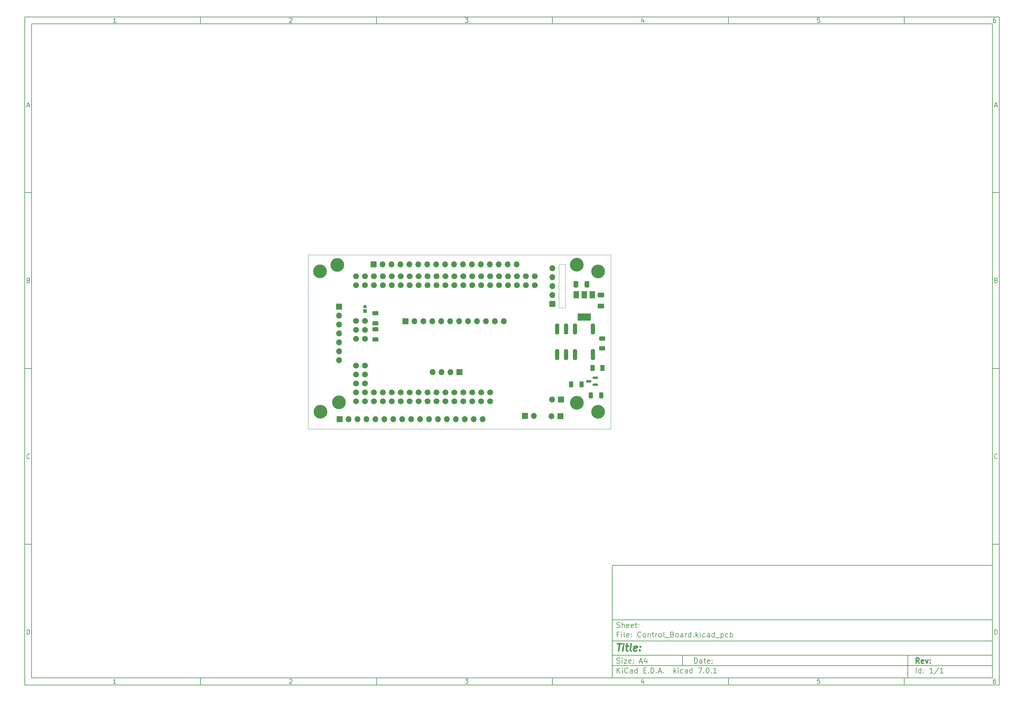
<source format=gbr>
%TF.GenerationSoftware,KiCad,Pcbnew,7.0.1*%
%TF.CreationDate,2024-01-20T13:41:41+00:00*%
%TF.ProjectId,Control_Board,436f6e74-726f-46c5-9f42-6f6172642e6b,rev?*%
%TF.SameCoordinates,Original*%
%TF.FileFunction,Soldermask,Top*%
%TF.FilePolarity,Negative*%
%FSLAX45Y45*%
G04 Gerber Fmt 4.5, Leading zero omitted, Abs format (unit mm)*
G04 Created by KiCad (PCBNEW 7.0.1) date 2024-01-20 13:41:41*
%MOMM*%
%LPD*%
G01*
G04 APERTURE LIST*
G04 Aperture macros list*
%AMRoundRect*
0 Rectangle with rounded corners*
0 $1 Rounding radius*
0 $2 $3 $4 $5 $6 $7 $8 $9 X,Y pos of 4 corners*
0 Add a 4 corners polygon primitive as box body*
4,1,4,$2,$3,$4,$5,$6,$7,$8,$9,$2,$3,0*
0 Add four circle primitives for the rounded corners*
1,1,$1+$1,$2,$3*
1,1,$1+$1,$4,$5*
1,1,$1+$1,$6,$7*
1,1,$1+$1,$8,$9*
0 Add four rect primitives between the rounded corners*
20,1,$1+$1,$2,$3,$4,$5,0*
20,1,$1+$1,$4,$5,$6,$7,0*
20,1,$1+$1,$6,$7,$8,$9,0*
20,1,$1+$1,$8,$9,$2,$3,0*%
G04 Aperture macros list end*
%ADD10C,0.100000*%
%ADD11C,0.150000*%
%ADD12C,0.300000*%
%ADD13C,0.400000*%
%ADD14C,1.970668*%
%ADD15R,1.500000X2.000000*%
%ADD16R,3.800000X2.000000*%
%ADD17RoundRect,0.250000X-0.412500X-0.650000X0.412500X-0.650000X0.412500X0.650000X-0.412500X0.650000X0*%
%ADD18R,1.700000X1.700000*%
%ADD19O,1.700000X1.700000*%
%ADD20RoundRect,0.250000X-0.375000X-0.625000X0.375000X-0.625000X0.375000X0.625000X-0.375000X0.625000X0*%
%ADD21RoundRect,0.250000X0.625000X-0.312500X0.625000X0.312500X-0.625000X0.312500X-0.625000X-0.312500X0*%
%ADD22RoundRect,0.150000X0.587500X0.150000X-0.587500X0.150000X-0.587500X-0.150000X0.587500X-0.150000X0*%
%ADD23RoundRect,0.250000X-0.625000X0.375000X-0.625000X-0.375000X0.625000X-0.375000X0.625000X0.375000X0*%
%ADD24RoundRect,0.250000X-0.312500X-0.625000X0.312500X-0.625000X0.312500X0.625000X-0.312500X0.625000X0*%
%ADD25RoundRect,0.249750X0.305250X1.250250X-0.305250X1.250250X-0.305250X-1.250250X0.305250X-1.250250X0*%
%ADD26RoundRect,0.250000X-0.650000X0.412500X-0.650000X-0.412500X0.650000X-0.412500X0.650000X0.412500X0*%
%ADD27R,1.000000X1.000000*%
%ADD28O,1.000000X1.000000*%
%ADD29C,1.676400*%
%TA.AperFunction,Profile*%
%ADD30C,0.200000*%
%TD*%
%TA.AperFunction,Profile*%
%ADD31C,0.100000*%
%TD*%
G04 APERTURE END LIST*
D10*
D11*
X17700220Y-16600720D02*
X28500220Y-16600720D01*
X28500220Y-19800720D01*
X17700220Y-19800720D01*
X17700220Y-16600720D01*
D10*
D11*
X1000000Y-1000000D02*
X28700220Y-1000000D01*
X28700220Y-20000720D01*
X1000000Y-20000720D01*
X1000000Y-1000000D01*
D10*
D11*
X1200000Y-1200000D02*
X28500220Y-1200000D01*
X28500220Y-19800720D01*
X1200000Y-19800720D01*
X1200000Y-1200000D01*
D10*
D11*
X6000000Y-1200000D02*
X6000000Y-1000000D01*
D10*
D11*
X11000000Y-1200000D02*
X11000000Y-1000000D01*
D10*
D11*
X16000000Y-1200000D02*
X16000000Y-1000000D01*
D10*
D11*
X21000000Y-1200000D02*
X21000000Y-1000000D01*
D10*
D11*
X26000000Y-1200000D02*
X26000000Y-1000000D01*
D10*
D11*
X3599048Y-1160140D02*
X3524762Y-1160140D01*
X3561905Y-1160140D02*
X3561905Y-1030140D01*
X3561905Y-1030140D02*
X3549524Y-1048712D01*
X3549524Y-1048712D02*
X3537143Y-1061093D01*
X3537143Y-1061093D02*
X3524762Y-1067283D01*
D10*
D11*
X8524762Y-1042521D02*
X8530952Y-1036331D01*
X8530952Y-1036331D02*
X8543333Y-1030140D01*
X8543333Y-1030140D02*
X8574286Y-1030140D01*
X8574286Y-1030140D02*
X8586667Y-1036331D01*
X8586667Y-1036331D02*
X8592857Y-1042521D01*
X8592857Y-1042521D02*
X8599048Y-1054902D01*
X8599048Y-1054902D02*
X8599048Y-1067283D01*
X8599048Y-1067283D02*
X8592857Y-1085855D01*
X8592857Y-1085855D02*
X8518571Y-1160140D01*
X8518571Y-1160140D02*
X8599048Y-1160140D01*
D10*
D11*
X13518571Y-1030140D02*
X13599048Y-1030140D01*
X13599048Y-1030140D02*
X13555714Y-1079664D01*
X13555714Y-1079664D02*
X13574286Y-1079664D01*
X13574286Y-1079664D02*
X13586667Y-1085855D01*
X13586667Y-1085855D02*
X13592857Y-1092045D01*
X13592857Y-1092045D02*
X13599048Y-1104426D01*
X13599048Y-1104426D02*
X13599048Y-1135379D01*
X13599048Y-1135379D02*
X13592857Y-1147760D01*
X13592857Y-1147760D02*
X13586667Y-1153950D01*
X13586667Y-1153950D02*
X13574286Y-1160140D01*
X13574286Y-1160140D02*
X13537143Y-1160140D01*
X13537143Y-1160140D02*
X13524762Y-1153950D01*
X13524762Y-1153950D02*
X13518571Y-1147760D01*
D10*
D11*
X18586667Y-1073474D02*
X18586667Y-1160140D01*
X18555714Y-1023950D02*
X18524762Y-1116807D01*
X18524762Y-1116807D02*
X18605238Y-1116807D01*
D10*
D11*
X23592857Y-1030140D02*
X23530952Y-1030140D01*
X23530952Y-1030140D02*
X23524762Y-1092045D01*
X23524762Y-1092045D02*
X23530952Y-1085855D01*
X23530952Y-1085855D02*
X23543333Y-1079664D01*
X23543333Y-1079664D02*
X23574286Y-1079664D01*
X23574286Y-1079664D02*
X23586667Y-1085855D01*
X23586667Y-1085855D02*
X23592857Y-1092045D01*
X23592857Y-1092045D02*
X23599048Y-1104426D01*
X23599048Y-1104426D02*
X23599048Y-1135379D01*
X23599048Y-1135379D02*
X23592857Y-1147760D01*
X23592857Y-1147760D02*
X23586667Y-1153950D01*
X23586667Y-1153950D02*
X23574286Y-1160140D01*
X23574286Y-1160140D02*
X23543333Y-1160140D01*
X23543333Y-1160140D02*
X23530952Y-1153950D01*
X23530952Y-1153950D02*
X23524762Y-1147760D01*
D10*
D11*
X28586667Y-1030140D02*
X28561905Y-1030140D01*
X28561905Y-1030140D02*
X28549524Y-1036331D01*
X28549524Y-1036331D02*
X28543333Y-1042521D01*
X28543333Y-1042521D02*
X28530952Y-1061093D01*
X28530952Y-1061093D02*
X28524762Y-1085855D01*
X28524762Y-1085855D02*
X28524762Y-1135379D01*
X28524762Y-1135379D02*
X28530952Y-1147760D01*
X28530952Y-1147760D02*
X28537143Y-1153950D01*
X28537143Y-1153950D02*
X28549524Y-1160140D01*
X28549524Y-1160140D02*
X28574286Y-1160140D01*
X28574286Y-1160140D02*
X28586667Y-1153950D01*
X28586667Y-1153950D02*
X28592857Y-1147760D01*
X28592857Y-1147760D02*
X28599048Y-1135379D01*
X28599048Y-1135379D02*
X28599048Y-1104426D01*
X28599048Y-1104426D02*
X28592857Y-1092045D01*
X28592857Y-1092045D02*
X28586667Y-1085855D01*
X28586667Y-1085855D02*
X28574286Y-1079664D01*
X28574286Y-1079664D02*
X28549524Y-1079664D01*
X28549524Y-1079664D02*
X28537143Y-1085855D01*
X28537143Y-1085855D02*
X28530952Y-1092045D01*
X28530952Y-1092045D02*
X28524762Y-1104426D01*
D10*
D11*
X6000000Y-19800720D02*
X6000000Y-20000720D01*
D10*
D11*
X11000000Y-19800720D02*
X11000000Y-20000720D01*
D10*
D11*
X16000000Y-19800720D02*
X16000000Y-20000720D01*
D10*
D11*
X21000000Y-19800720D02*
X21000000Y-20000720D01*
D10*
D11*
X26000000Y-19800720D02*
X26000000Y-20000720D01*
D10*
D11*
X3599048Y-19960860D02*
X3524762Y-19960860D01*
X3561905Y-19960860D02*
X3561905Y-19830860D01*
X3561905Y-19830860D02*
X3549524Y-19849432D01*
X3549524Y-19849432D02*
X3537143Y-19861813D01*
X3537143Y-19861813D02*
X3524762Y-19868003D01*
D10*
D11*
X8524762Y-19843241D02*
X8530952Y-19837051D01*
X8530952Y-19837051D02*
X8543333Y-19830860D01*
X8543333Y-19830860D02*
X8574286Y-19830860D01*
X8574286Y-19830860D02*
X8586667Y-19837051D01*
X8586667Y-19837051D02*
X8592857Y-19843241D01*
X8592857Y-19843241D02*
X8599048Y-19855622D01*
X8599048Y-19855622D02*
X8599048Y-19868003D01*
X8599048Y-19868003D02*
X8592857Y-19886575D01*
X8592857Y-19886575D02*
X8518571Y-19960860D01*
X8518571Y-19960860D02*
X8599048Y-19960860D01*
D10*
D11*
X13518571Y-19830860D02*
X13599048Y-19830860D01*
X13599048Y-19830860D02*
X13555714Y-19880384D01*
X13555714Y-19880384D02*
X13574286Y-19880384D01*
X13574286Y-19880384D02*
X13586667Y-19886575D01*
X13586667Y-19886575D02*
X13592857Y-19892765D01*
X13592857Y-19892765D02*
X13599048Y-19905146D01*
X13599048Y-19905146D02*
X13599048Y-19936099D01*
X13599048Y-19936099D02*
X13592857Y-19948480D01*
X13592857Y-19948480D02*
X13586667Y-19954670D01*
X13586667Y-19954670D02*
X13574286Y-19960860D01*
X13574286Y-19960860D02*
X13537143Y-19960860D01*
X13537143Y-19960860D02*
X13524762Y-19954670D01*
X13524762Y-19954670D02*
X13518571Y-19948480D01*
D10*
D11*
X18586667Y-19874194D02*
X18586667Y-19960860D01*
X18555714Y-19824670D02*
X18524762Y-19917527D01*
X18524762Y-19917527D02*
X18605238Y-19917527D01*
D10*
D11*
X23592857Y-19830860D02*
X23530952Y-19830860D01*
X23530952Y-19830860D02*
X23524762Y-19892765D01*
X23524762Y-19892765D02*
X23530952Y-19886575D01*
X23530952Y-19886575D02*
X23543333Y-19880384D01*
X23543333Y-19880384D02*
X23574286Y-19880384D01*
X23574286Y-19880384D02*
X23586667Y-19886575D01*
X23586667Y-19886575D02*
X23592857Y-19892765D01*
X23592857Y-19892765D02*
X23599048Y-19905146D01*
X23599048Y-19905146D02*
X23599048Y-19936099D01*
X23599048Y-19936099D02*
X23592857Y-19948480D01*
X23592857Y-19948480D02*
X23586667Y-19954670D01*
X23586667Y-19954670D02*
X23574286Y-19960860D01*
X23574286Y-19960860D02*
X23543333Y-19960860D01*
X23543333Y-19960860D02*
X23530952Y-19954670D01*
X23530952Y-19954670D02*
X23524762Y-19948480D01*
D10*
D11*
X28586667Y-19830860D02*
X28561905Y-19830860D01*
X28561905Y-19830860D02*
X28549524Y-19837051D01*
X28549524Y-19837051D02*
X28543333Y-19843241D01*
X28543333Y-19843241D02*
X28530952Y-19861813D01*
X28530952Y-19861813D02*
X28524762Y-19886575D01*
X28524762Y-19886575D02*
X28524762Y-19936099D01*
X28524762Y-19936099D02*
X28530952Y-19948480D01*
X28530952Y-19948480D02*
X28537143Y-19954670D01*
X28537143Y-19954670D02*
X28549524Y-19960860D01*
X28549524Y-19960860D02*
X28574286Y-19960860D01*
X28574286Y-19960860D02*
X28586667Y-19954670D01*
X28586667Y-19954670D02*
X28592857Y-19948480D01*
X28592857Y-19948480D02*
X28599048Y-19936099D01*
X28599048Y-19936099D02*
X28599048Y-19905146D01*
X28599048Y-19905146D02*
X28592857Y-19892765D01*
X28592857Y-19892765D02*
X28586667Y-19886575D01*
X28586667Y-19886575D02*
X28574286Y-19880384D01*
X28574286Y-19880384D02*
X28549524Y-19880384D01*
X28549524Y-19880384D02*
X28537143Y-19886575D01*
X28537143Y-19886575D02*
X28530952Y-19892765D01*
X28530952Y-19892765D02*
X28524762Y-19905146D01*
D10*
D11*
X1000000Y-6000000D02*
X1200000Y-6000000D01*
D10*
D11*
X1000000Y-11000000D02*
X1200000Y-11000000D01*
D10*
D11*
X1000000Y-16000000D02*
X1200000Y-16000000D01*
D10*
D11*
X1069048Y-3522998D02*
X1130952Y-3522998D01*
X1056667Y-3560140D02*
X1100000Y-3430140D01*
X1100000Y-3430140D02*
X1143333Y-3560140D01*
D10*
D11*
X1109286Y-8492045D02*
X1127857Y-8498236D01*
X1127857Y-8498236D02*
X1134048Y-8504426D01*
X1134048Y-8504426D02*
X1140238Y-8516807D01*
X1140238Y-8516807D02*
X1140238Y-8535379D01*
X1140238Y-8535379D02*
X1134048Y-8547760D01*
X1134048Y-8547760D02*
X1127857Y-8553950D01*
X1127857Y-8553950D02*
X1115476Y-8560140D01*
X1115476Y-8560140D02*
X1065952Y-8560140D01*
X1065952Y-8560140D02*
X1065952Y-8430140D01*
X1065952Y-8430140D02*
X1109286Y-8430140D01*
X1109286Y-8430140D02*
X1121667Y-8436331D01*
X1121667Y-8436331D02*
X1127857Y-8442521D01*
X1127857Y-8442521D02*
X1134048Y-8454902D01*
X1134048Y-8454902D02*
X1134048Y-8467283D01*
X1134048Y-8467283D02*
X1127857Y-8479664D01*
X1127857Y-8479664D02*
X1121667Y-8485855D01*
X1121667Y-8485855D02*
X1109286Y-8492045D01*
X1109286Y-8492045D02*
X1065952Y-8492045D01*
D10*
D11*
X1140238Y-13547759D02*
X1134048Y-13553950D01*
X1134048Y-13553950D02*
X1115476Y-13560140D01*
X1115476Y-13560140D02*
X1103095Y-13560140D01*
X1103095Y-13560140D02*
X1084524Y-13553950D01*
X1084524Y-13553950D02*
X1072143Y-13541569D01*
X1072143Y-13541569D02*
X1065952Y-13529188D01*
X1065952Y-13529188D02*
X1059762Y-13504426D01*
X1059762Y-13504426D02*
X1059762Y-13485855D01*
X1059762Y-13485855D02*
X1065952Y-13461093D01*
X1065952Y-13461093D02*
X1072143Y-13448712D01*
X1072143Y-13448712D02*
X1084524Y-13436331D01*
X1084524Y-13436331D02*
X1103095Y-13430140D01*
X1103095Y-13430140D02*
X1115476Y-13430140D01*
X1115476Y-13430140D02*
X1134048Y-13436331D01*
X1134048Y-13436331D02*
X1140238Y-13442521D01*
D10*
D11*
X1065952Y-18560140D02*
X1065952Y-18430140D01*
X1065952Y-18430140D02*
X1096905Y-18430140D01*
X1096905Y-18430140D02*
X1115476Y-18436331D01*
X1115476Y-18436331D02*
X1127857Y-18448712D01*
X1127857Y-18448712D02*
X1134048Y-18461093D01*
X1134048Y-18461093D02*
X1140238Y-18485855D01*
X1140238Y-18485855D02*
X1140238Y-18504426D01*
X1140238Y-18504426D02*
X1134048Y-18529188D01*
X1134048Y-18529188D02*
X1127857Y-18541569D01*
X1127857Y-18541569D02*
X1115476Y-18553950D01*
X1115476Y-18553950D02*
X1096905Y-18560140D01*
X1096905Y-18560140D02*
X1065952Y-18560140D01*
D10*
D11*
X28700220Y-6000000D02*
X28500220Y-6000000D01*
D10*
D11*
X28700220Y-11000000D02*
X28500220Y-11000000D01*
D10*
D11*
X28700220Y-16000000D02*
X28500220Y-16000000D01*
D10*
D11*
X28569268Y-3522998D02*
X28631172Y-3522998D01*
X28556887Y-3560140D02*
X28600220Y-3430140D01*
X28600220Y-3430140D02*
X28643553Y-3560140D01*
D10*
D11*
X28609506Y-8492045D02*
X28628077Y-8498236D01*
X28628077Y-8498236D02*
X28634268Y-8504426D01*
X28634268Y-8504426D02*
X28640458Y-8516807D01*
X28640458Y-8516807D02*
X28640458Y-8535379D01*
X28640458Y-8535379D02*
X28634268Y-8547760D01*
X28634268Y-8547760D02*
X28628077Y-8553950D01*
X28628077Y-8553950D02*
X28615696Y-8560140D01*
X28615696Y-8560140D02*
X28566172Y-8560140D01*
X28566172Y-8560140D02*
X28566172Y-8430140D01*
X28566172Y-8430140D02*
X28609506Y-8430140D01*
X28609506Y-8430140D02*
X28621887Y-8436331D01*
X28621887Y-8436331D02*
X28628077Y-8442521D01*
X28628077Y-8442521D02*
X28634268Y-8454902D01*
X28634268Y-8454902D02*
X28634268Y-8467283D01*
X28634268Y-8467283D02*
X28628077Y-8479664D01*
X28628077Y-8479664D02*
X28621887Y-8485855D01*
X28621887Y-8485855D02*
X28609506Y-8492045D01*
X28609506Y-8492045D02*
X28566172Y-8492045D01*
D10*
D11*
X28640458Y-13547759D02*
X28634268Y-13553950D01*
X28634268Y-13553950D02*
X28615696Y-13560140D01*
X28615696Y-13560140D02*
X28603315Y-13560140D01*
X28603315Y-13560140D02*
X28584744Y-13553950D01*
X28584744Y-13553950D02*
X28572363Y-13541569D01*
X28572363Y-13541569D02*
X28566172Y-13529188D01*
X28566172Y-13529188D02*
X28559982Y-13504426D01*
X28559982Y-13504426D02*
X28559982Y-13485855D01*
X28559982Y-13485855D02*
X28566172Y-13461093D01*
X28566172Y-13461093D02*
X28572363Y-13448712D01*
X28572363Y-13448712D02*
X28584744Y-13436331D01*
X28584744Y-13436331D02*
X28603315Y-13430140D01*
X28603315Y-13430140D02*
X28615696Y-13430140D01*
X28615696Y-13430140D02*
X28634268Y-13436331D01*
X28634268Y-13436331D02*
X28640458Y-13442521D01*
D10*
D11*
X28566172Y-18560140D02*
X28566172Y-18430140D01*
X28566172Y-18430140D02*
X28597125Y-18430140D01*
X28597125Y-18430140D02*
X28615696Y-18436331D01*
X28615696Y-18436331D02*
X28628077Y-18448712D01*
X28628077Y-18448712D02*
X28634268Y-18461093D01*
X28634268Y-18461093D02*
X28640458Y-18485855D01*
X28640458Y-18485855D02*
X28640458Y-18504426D01*
X28640458Y-18504426D02*
X28634268Y-18529188D01*
X28634268Y-18529188D02*
X28628077Y-18541569D01*
X28628077Y-18541569D02*
X28615696Y-18553950D01*
X28615696Y-18553950D02*
X28597125Y-18560140D01*
X28597125Y-18560140D02*
X28566172Y-18560140D01*
D10*
D11*
X20035934Y-19380113D02*
X20035934Y-19230113D01*
X20035934Y-19230113D02*
X20071649Y-19230113D01*
X20071649Y-19230113D02*
X20093077Y-19237256D01*
X20093077Y-19237256D02*
X20107363Y-19251541D01*
X20107363Y-19251541D02*
X20114506Y-19265827D01*
X20114506Y-19265827D02*
X20121649Y-19294399D01*
X20121649Y-19294399D02*
X20121649Y-19315827D01*
X20121649Y-19315827D02*
X20114506Y-19344399D01*
X20114506Y-19344399D02*
X20107363Y-19358684D01*
X20107363Y-19358684D02*
X20093077Y-19372970D01*
X20093077Y-19372970D02*
X20071649Y-19380113D01*
X20071649Y-19380113D02*
X20035934Y-19380113D01*
X20250220Y-19380113D02*
X20250220Y-19301541D01*
X20250220Y-19301541D02*
X20243077Y-19287256D01*
X20243077Y-19287256D02*
X20228791Y-19280113D01*
X20228791Y-19280113D02*
X20200220Y-19280113D01*
X20200220Y-19280113D02*
X20185934Y-19287256D01*
X20250220Y-19372970D02*
X20235934Y-19380113D01*
X20235934Y-19380113D02*
X20200220Y-19380113D01*
X20200220Y-19380113D02*
X20185934Y-19372970D01*
X20185934Y-19372970D02*
X20178791Y-19358684D01*
X20178791Y-19358684D02*
X20178791Y-19344399D01*
X20178791Y-19344399D02*
X20185934Y-19330113D01*
X20185934Y-19330113D02*
X20200220Y-19322970D01*
X20200220Y-19322970D02*
X20235934Y-19322970D01*
X20235934Y-19322970D02*
X20250220Y-19315827D01*
X20300220Y-19280113D02*
X20357363Y-19280113D01*
X20321649Y-19230113D02*
X20321649Y-19358684D01*
X20321649Y-19358684D02*
X20328791Y-19372970D01*
X20328791Y-19372970D02*
X20343077Y-19380113D01*
X20343077Y-19380113D02*
X20357363Y-19380113D01*
X20464506Y-19372970D02*
X20450220Y-19380113D01*
X20450220Y-19380113D02*
X20421649Y-19380113D01*
X20421649Y-19380113D02*
X20407363Y-19372970D01*
X20407363Y-19372970D02*
X20400220Y-19358684D01*
X20400220Y-19358684D02*
X20400220Y-19301541D01*
X20400220Y-19301541D02*
X20407363Y-19287256D01*
X20407363Y-19287256D02*
X20421649Y-19280113D01*
X20421649Y-19280113D02*
X20450220Y-19280113D01*
X20450220Y-19280113D02*
X20464506Y-19287256D01*
X20464506Y-19287256D02*
X20471649Y-19301541D01*
X20471649Y-19301541D02*
X20471649Y-19315827D01*
X20471649Y-19315827D02*
X20400220Y-19330113D01*
X20535934Y-19365827D02*
X20543077Y-19372970D01*
X20543077Y-19372970D02*
X20535934Y-19380113D01*
X20535934Y-19380113D02*
X20528791Y-19372970D01*
X20528791Y-19372970D02*
X20535934Y-19365827D01*
X20535934Y-19365827D02*
X20535934Y-19380113D01*
X20535934Y-19287256D02*
X20543077Y-19294399D01*
X20543077Y-19294399D02*
X20535934Y-19301541D01*
X20535934Y-19301541D02*
X20528791Y-19294399D01*
X20528791Y-19294399D02*
X20535934Y-19287256D01*
X20535934Y-19287256D02*
X20535934Y-19301541D01*
D10*
D11*
X17700220Y-19450720D02*
X28500220Y-19450720D01*
D10*
D11*
X17835934Y-19660113D02*
X17835934Y-19510113D01*
X17921649Y-19660113D02*
X17857363Y-19574399D01*
X17921649Y-19510113D02*
X17835934Y-19595827D01*
X17985934Y-19660113D02*
X17985934Y-19560113D01*
X17985934Y-19510113D02*
X17978791Y-19517256D01*
X17978791Y-19517256D02*
X17985934Y-19524399D01*
X17985934Y-19524399D02*
X17993077Y-19517256D01*
X17993077Y-19517256D02*
X17985934Y-19510113D01*
X17985934Y-19510113D02*
X17985934Y-19524399D01*
X18143077Y-19645827D02*
X18135934Y-19652970D01*
X18135934Y-19652970D02*
X18114506Y-19660113D01*
X18114506Y-19660113D02*
X18100220Y-19660113D01*
X18100220Y-19660113D02*
X18078791Y-19652970D01*
X18078791Y-19652970D02*
X18064506Y-19638684D01*
X18064506Y-19638684D02*
X18057363Y-19624399D01*
X18057363Y-19624399D02*
X18050220Y-19595827D01*
X18050220Y-19595827D02*
X18050220Y-19574399D01*
X18050220Y-19574399D02*
X18057363Y-19545827D01*
X18057363Y-19545827D02*
X18064506Y-19531541D01*
X18064506Y-19531541D02*
X18078791Y-19517256D01*
X18078791Y-19517256D02*
X18100220Y-19510113D01*
X18100220Y-19510113D02*
X18114506Y-19510113D01*
X18114506Y-19510113D02*
X18135934Y-19517256D01*
X18135934Y-19517256D02*
X18143077Y-19524399D01*
X18271649Y-19660113D02*
X18271649Y-19581541D01*
X18271649Y-19581541D02*
X18264506Y-19567256D01*
X18264506Y-19567256D02*
X18250220Y-19560113D01*
X18250220Y-19560113D02*
X18221649Y-19560113D01*
X18221649Y-19560113D02*
X18207363Y-19567256D01*
X18271649Y-19652970D02*
X18257363Y-19660113D01*
X18257363Y-19660113D02*
X18221649Y-19660113D01*
X18221649Y-19660113D02*
X18207363Y-19652970D01*
X18207363Y-19652970D02*
X18200220Y-19638684D01*
X18200220Y-19638684D02*
X18200220Y-19624399D01*
X18200220Y-19624399D02*
X18207363Y-19610113D01*
X18207363Y-19610113D02*
X18221649Y-19602970D01*
X18221649Y-19602970D02*
X18257363Y-19602970D01*
X18257363Y-19602970D02*
X18271649Y-19595827D01*
X18407363Y-19660113D02*
X18407363Y-19510113D01*
X18407363Y-19652970D02*
X18393077Y-19660113D01*
X18393077Y-19660113D02*
X18364506Y-19660113D01*
X18364506Y-19660113D02*
X18350220Y-19652970D01*
X18350220Y-19652970D02*
X18343077Y-19645827D01*
X18343077Y-19645827D02*
X18335934Y-19631541D01*
X18335934Y-19631541D02*
X18335934Y-19588684D01*
X18335934Y-19588684D02*
X18343077Y-19574399D01*
X18343077Y-19574399D02*
X18350220Y-19567256D01*
X18350220Y-19567256D02*
X18364506Y-19560113D01*
X18364506Y-19560113D02*
X18393077Y-19560113D01*
X18393077Y-19560113D02*
X18407363Y-19567256D01*
X18593077Y-19581541D02*
X18643077Y-19581541D01*
X18664506Y-19660113D02*
X18593077Y-19660113D01*
X18593077Y-19660113D02*
X18593077Y-19510113D01*
X18593077Y-19510113D02*
X18664506Y-19510113D01*
X18728791Y-19645827D02*
X18735934Y-19652970D01*
X18735934Y-19652970D02*
X18728791Y-19660113D01*
X18728791Y-19660113D02*
X18721649Y-19652970D01*
X18721649Y-19652970D02*
X18728791Y-19645827D01*
X18728791Y-19645827D02*
X18728791Y-19660113D01*
X18800220Y-19660113D02*
X18800220Y-19510113D01*
X18800220Y-19510113D02*
X18835934Y-19510113D01*
X18835934Y-19510113D02*
X18857363Y-19517256D01*
X18857363Y-19517256D02*
X18871649Y-19531541D01*
X18871649Y-19531541D02*
X18878792Y-19545827D01*
X18878792Y-19545827D02*
X18885934Y-19574399D01*
X18885934Y-19574399D02*
X18885934Y-19595827D01*
X18885934Y-19595827D02*
X18878792Y-19624399D01*
X18878792Y-19624399D02*
X18871649Y-19638684D01*
X18871649Y-19638684D02*
X18857363Y-19652970D01*
X18857363Y-19652970D02*
X18835934Y-19660113D01*
X18835934Y-19660113D02*
X18800220Y-19660113D01*
X18950220Y-19645827D02*
X18957363Y-19652970D01*
X18957363Y-19652970D02*
X18950220Y-19660113D01*
X18950220Y-19660113D02*
X18943077Y-19652970D01*
X18943077Y-19652970D02*
X18950220Y-19645827D01*
X18950220Y-19645827D02*
X18950220Y-19660113D01*
X19014506Y-19617256D02*
X19085934Y-19617256D01*
X19000220Y-19660113D02*
X19050220Y-19510113D01*
X19050220Y-19510113D02*
X19100220Y-19660113D01*
X19150220Y-19645827D02*
X19157363Y-19652970D01*
X19157363Y-19652970D02*
X19150220Y-19660113D01*
X19150220Y-19660113D02*
X19143077Y-19652970D01*
X19143077Y-19652970D02*
X19150220Y-19645827D01*
X19150220Y-19645827D02*
X19150220Y-19660113D01*
X19450220Y-19660113D02*
X19450220Y-19510113D01*
X19464506Y-19602970D02*
X19507363Y-19660113D01*
X19507363Y-19560113D02*
X19450220Y-19617256D01*
X19571649Y-19660113D02*
X19571649Y-19560113D01*
X19571649Y-19510113D02*
X19564506Y-19517256D01*
X19564506Y-19517256D02*
X19571649Y-19524399D01*
X19571649Y-19524399D02*
X19578792Y-19517256D01*
X19578792Y-19517256D02*
X19571649Y-19510113D01*
X19571649Y-19510113D02*
X19571649Y-19524399D01*
X19707363Y-19652970D02*
X19693077Y-19660113D01*
X19693077Y-19660113D02*
X19664506Y-19660113D01*
X19664506Y-19660113D02*
X19650220Y-19652970D01*
X19650220Y-19652970D02*
X19643077Y-19645827D01*
X19643077Y-19645827D02*
X19635934Y-19631541D01*
X19635934Y-19631541D02*
X19635934Y-19588684D01*
X19635934Y-19588684D02*
X19643077Y-19574399D01*
X19643077Y-19574399D02*
X19650220Y-19567256D01*
X19650220Y-19567256D02*
X19664506Y-19560113D01*
X19664506Y-19560113D02*
X19693077Y-19560113D01*
X19693077Y-19560113D02*
X19707363Y-19567256D01*
X19835934Y-19660113D02*
X19835934Y-19581541D01*
X19835934Y-19581541D02*
X19828792Y-19567256D01*
X19828792Y-19567256D02*
X19814506Y-19560113D01*
X19814506Y-19560113D02*
X19785934Y-19560113D01*
X19785934Y-19560113D02*
X19771649Y-19567256D01*
X19835934Y-19652970D02*
X19821649Y-19660113D01*
X19821649Y-19660113D02*
X19785934Y-19660113D01*
X19785934Y-19660113D02*
X19771649Y-19652970D01*
X19771649Y-19652970D02*
X19764506Y-19638684D01*
X19764506Y-19638684D02*
X19764506Y-19624399D01*
X19764506Y-19624399D02*
X19771649Y-19610113D01*
X19771649Y-19610113D02*
X19785934Y-19602970D01*
X19785934Y-19602970D02*
X19821649Y-19602970D01*
X19821649Y-19602970D02*
X19835934Y-19595827D01*
X19971649Y-19660113D02*
X19971649Y-19510113D01*
X19971649Y-19652970D02*
X19957363Y-19660113D01*
X19957363Y-19660113D02*
X19928792Y-19660113D01*
X19928792Y-19660113D02*
X19914506Y-19652970D01*
X19914506Y-19652970D02*
X19907363Y-19645827D01*
X19907363Y-19645827D02*
X19900220Y-19631541D01*
X19900220Y-19631541D02*
X19900220Y-19588684D01*
X19900220Y-19588684D02*
X19907363Y-19574399D01*
X19907363Y-19574399D02*
X19914506Y-19567256D01*
X19914506Y-19567256D02*
X19928792Y-19560113D01*
X19928792Y-19560113D02*
X19957363Y-19560113D01*
X19957363Y-19560113D02*
X19971649Y-19567256D01*
X20143077Y-19510113D02*
X20243077Y-19510113D01*
X20243077Y-19510113D02*
X20178792Y-19660113D01*
X20300220Y-19645827D02*
X20307363Y-19652970D01*
X20307363Y-19652970D02*
X20300220Y-19660113D01*
X20300220Y-19660113D02*
X20293077Y-19652970D01*
X20293077Y-19652970D02*
X20300220Y-19645827D01*
X20300220Y-19645827D02*
X20300220Y-19660113D01*
X20400220Y-19510113D02*
X20414506Y-19510113D01*
X20414506Y-19510113D02*
X20428792Y-19517256D01*
X20428792Y-19517256D02*
X20435934Y-19524399D01*
X20435934Y-19524399D02*
X20443077Y-19538684D01*
X20443077Y-19538684D02*
X20450220Y-19567256D01*
X20450220Y-19567256D02*
X20450220Y-19602970D01*
X20450220Y-19602970D02*
X20443077Y-19631541D01*
X20443077Y-19631541D02*
X20435934Y-19645827D01*
X20435934Y-19645827D02*
X20428792Y-19652970D01*
X20428792Y-19652970D02*
X20414506Y-19660113D01*
X20414506Y-19660113D02*
X20400220Y-19660113D01*
X20400220Y-19660113D02*
X20385934Y-19652970D01*
X20385934Y-19652970D02*
X20378792Y-19645827D01*
X20378792Y-19645827D02*
X20371649Y-19631541D01*
X20371649Y-19631541D02*
X20364506Y-19602970D01*
X20364506Y-19602970D02*
X20364506Y-19567256D01*
X20364506Y-19567256D02*
X20371649Y-19538684D01*
X20371649Y-19538684D02*
X20378792Y-19524399D01*
X20378792Y-19524399D02*
X20385934Y-19517256D01*
X20385934Y-19517256D02*
X20400220Y-19510113D01*
X20514506Y-19645827D02*
X20521649Y-19652970D01*
X20521649Y-19652970D02*
X20514506Y-19660113D01*
X20514506Y-19660113D02*
X20507363Y-19652970D01*
X20507363Y-19652970D02*
X20514506Y-19645827D01*
X20514506Y-19645827D02*
X20514506Y-19660113D01*
X20664506Y-19660113D02*
X20578792Y-19660113D01*
X20621649Y-19660113D02*
X20621649Y-19510113D01*
X20621649Y-19510113D02*
X20607363Y-19531541D01*
X20607363Y-19531541D02*
X20593077Y-19545827D01*
X20593077Y-19545827D02*
X20578792Y-19552970D01*
D10*
D11*
X17700220Y-19150720D02*
X28500220Y-19150720D01*
D10*
D12*
X26421648Y-19380113D02*
X26371648Y-19308684D01*
X26335934Y-19380113D02*
X26335934Y-19230113D01*
X26335934Y-19230113D02*
X26393077Y-19230113D01*
X26393077Y-19230113D02*
X26407363Y-19237256D01*
X26407363Y-19237256D02*
X26414506Y-19244399D01*
X26414506Y-19244399D02*
X26421648Y-19258684D01*
X26421648Y-19258684D02*
X26421648Y-19280113D01*
X26421648Y-19280113D02*
X26414506Y-19294399D01*
X26414506Y-19294399D02*
X26407363Y-19301541D01*
X26407363Y-19301541D02*
X26393077Y-19308684D01*
X26393077Y-19308684D02*
X26335934Y-19308684D01*
X26543077Y-19372970D02*
X26528791Y-19380113D01*
X26528791Y-19380113D02*
X26500220Y-19380113D01*
X26500220Y-19380113D02*
X26485934Y-19372970D01*
X26485934Y-19372970D02*
X26478791Y-19358684D01*
X26478791Y-19358684D02*
X26478791Y-19301541D01*
X26478791Y-19301541D02*
X26485934Y-19287256D01*
X26485934Y-19287256D02*
X26500220Y-19280113D01*
X26500220Y-19280113D02*
X26528791Y-19280113D01*
X26528791Y-19280113D02*
X26543077Y-19287256D01*
X26543077Y-19287256D02*
X26550220Y-19301541D01*
X26550220Y-19301541D02*
X26550220Y-19315827D01*
X26550220Y-19315827D02*
X26478791Y-19330113D01*
X26600220Y-19280113D02*
X26635934Y-19380113D01*
X26635934Y-19380113D02*
X26671648Y-19280113D01*
X26728791Y-19365827D02*
X26735934Y-19372970D01*
X26735934Y-19372970D02*
X26728791Y-19380113D01*
X26728791Y-19380113D02*
X26721648Y-19372970D01*
X26721648Y-19372970D02*
X26728791Y-19365827D01*
X26728791Y-19365827D02*
X26728791Y-19380113D01*
X26728791Y-19287256D02*
X26735934Y-19294399D01*
X26735934Y-19294399D02*
X26728791Y-19301541D01*
X26728791Y-19301541D02*
X26721648Y-19294399D01*
X26721648Y-19294399D02*
X26728791Y-19287256D01*
X26728791Y-19287256D02*
X26728791Y-19301541D01*
D10*
D11*
X17828791Y-19372970D02*
X17850220Y-19380113D01*
X17850220Y-19380113D02*
X17885934Y-19380113D01*
X17885934Y-19380113D02*
X17900220Y-19372970D01*
X17900220Y-19372970D02*
X17907363Y-19365827D01*
X17907363Y-19365827D02*
X17914506Y-19351541D01*
X17914506Y-19351541D02*
X17914506Y-19337256D01*
X17914506Y-19337256D02*
X17907363Y-19322970D01*
X17907363Y-19322970D02*
X17900220Y-19315827D01*
X17900220Y-19315827D02*
X17885934Y-19308684D01*
X17885934Y-19308684D02*
X17857363Y-19301541D01*
X17857363Y-19301541D02*
X17843077Y-19294399D01*
X17843077Y-19294399D02*
X17835934Y-19287256D01*
X17835934Y-19287256D02*
X17828791Y-19272970D01*
X17828791Y-19272970D02*
X17828791Y-19258684D01*
X17828791Y-19258684D02*
X17835934Y-19244399D01*
X17835934Y-19244399D02*
X17843077Y-19237256D01*
X17843077Y-19237256D02*
X17857363Y-19230113D01*
X17857363Y-19230113D02*
X17893077Y-19230113D01*
X17893077Y-19230113D02*
X17914506Y-19237256D01*
X17978791Y-19380113D02*
X17978791Y-19280113D01*
X17978791Y-19230113D02*
X17971649Y-19237256D01*
X17971649Y-19237256D02*
X17978791Y-19244399D01*
X17978791Y-19244399D02*
X17985934Y-19237256D01*
X17985934Y-19237256D02*
X17978791Y-19230113D01*
X17978791Y-19230113D02*
X17978791Y-19244399D01*
X18035934Y-19280113D02*
X18114506Y-19280113D01*
X18114506Y-19280113D02*
X18035934Y-19380113D01*
X18035934Y-19380113D02*
X18114506Y-19380113D01*
X18228791Y-19372970D02*
X18214506Y-19380113D01*
X18214506Y-19380113D02*
X18185934Y-19380113D01*
X18185934Y-19380113D02*
X18171649Y-19372970D01*
X18171649Y-19372970D02*
X18164506Y-19358684D01*
X18164506Y-19358684D02*
X18164506Y-19301541D01*
X18164506Y-19301541D02*
X18171649Y-19287256D01*
X18171649Y-19287256D02*
X18185934Y-19280113D01*
X18185934Y-19280113D02*
X18214506Y-19280113D01*
X18214506Y-19280113D02*
X18228791Y-19287256D01*
X18228791Y-19287256D02*
X18235934Y-19301541D01*
X18235934Y-19301541D02*
X18235934Y-19315827D01*
X18235934Y-19315827D02*
X18164506Y-19330113D01*
X18300220Y-19365827D02*
X18307363Y-19372970D01*
X18307363Y-19372970D02*
X18300220Y-19380113D01*
X18300220Y-19380113D02*
X18293077Y-19372970D01*
X18293077Y-19372970D02*
X18300220Y-19365827D01*
X18300220Y-19365827D02*
X18300220Y-19380113D01*
X18300220Y-19287256D02*
X18307363Y-19294399D01*
X18307363Y-19294399D02*
X18300220Y-19301541D01*
X18300220Y-19301541D02*
X18293077Y-19294399D01*
X18293077Y-19294399D02*
X18300220Y-19287256D01*
X18300220Y-19287256D02*
X18300220Y-19301541D01*
X18478791Y-19337256D02*
X18550220Y-19337256D01*
X18464506Y-19380113D02*
X18514506Y-19230113D01*
X18514506Y-19230113D02*
X18564506Y-19380113D01*
X18678791Y-19280113D02*
X18678791Y-19380113D01*
X18643077Y-19222970D02*
X18607363Y-19330113D01*
X18607363Y-19330113D02*
X18700220Y-19330113D01*
D10*
D11*
X26335934Y-19660113D02*
X26335934Y-19510113D01*
X26471649Y-19660113D02*
X26471649Y-19510113D01*
X26471649Y-19652970D02*
X26457363Y-19660113D01*
X26457363Y-19660113D02*
X26428791Y-19660113D01*
X26428791Y-19660113D02*
X26414506Y-19652970D01*
X26414506Y-19652970D02*
X26407363Y-19645827D01*
X26407363Y-19645827D02*
X26400220Y-19631541D01*
X26400220Y-19631541D02*
X26400220Y-19588684D01*
X26400220Y-19588684D02*
X26407363Y-19574399D01*
X26407363Y-19574399D02*
X26414506Y-19567256D01*
X26414506Y-19567256D02*
X26428791Y-19560113D01*
X26428791Y-19560113D02*
X26457363Y-19560113D01*
X26457363Y-19560113D02*
X26471649Y-19567256D01*
X26543077Y-19645827D02*
X26550220Y-19652970D01*
X26550220Y-19652970D02*
X26543077Y-19660113D01*
X26543077Y-19660113D02*
X26535934Y-19652970D01*
X26535934Y-19652970D02*
X26543077Y-19645827D01*
X26543077Y-19645827D02*
X26543077Y-19660113D01*
X26543077Y-19567256D02*
X26550220Y-19574399D01*
X26550220Y-19574399D02*
X26543077Y-19581541D01*
X26543077Y-19581541D02*
X26535934Y-19574399D01*
X26535934Y-19574399D02*
X26543077Y-19567256D01*
X26543077Y-19567256D02*
X26543077Y-19581541D01*
X26807363Y-19660113D02*
X26721649Y-19660113D01*
X26764506Y-19660113D02*
X26764506Y-19510113D01*
X26764506Y-19510113D02*
X26750220Y-19531541D01*
X26750220Y-19531541D02*
X26735934Y-19545827D01*
X26735934Y-19545827D02*
X26721649Y-19552970D01*
X26978791Y-19502970D02*
X26850220Y-19695827D01*
X27107363Y-19660113D02*
X27021649Y-19660113D01*
X27064506Y-19660113D02*
X27064506Y-19510113D01*
X27064506Y-19510113D02*
X27050220Y-19531541D01*
X27050220Y-19531541D02*
X27035934Y-19545827D01*
X27035934Y-19545827D02*
X27021649Y-19552970D01*
D10*
D11*
X17700220Y-18750720D02*
X28500220Y-18750720D01*
D10*
D13*
X17843077Y-18823244D02*
X17957363Y-18823244D01*
X17875220Y-19023244D02*
X17900220Y-18823244D01*
X17997839Y-19023244D02*
X18014506Y-18889910D01*
X18022839Y-18823244D02*
X18012125Y-18832768D01*
X18012125Y-18832768D02*
X18020458Y-18842291D01*
X18020458Y-18842291D02*
X18031172Y-18832768D01*
X18031172Y-18832768D02*
X18022839Y-18823244D01*
X18022839Y-18823244D02*
X18020458Y-18842291D01*
X18079982Y-18889910D02*
X18156172Y-18889910D01*
X18116887Y-18823244D02*
X18095458Y-18994672D01*
X18095458Y-18994672D02*
X18102601Y-19013720D01*
X18102601Y-19013720D02*
X18120458Y-19023244D01*
X18120458Y-19023244D02*
X18139506Y-19023244D01*
X18233553Y-19023244D02*
X18215696Y-19013720D01*
X18215696Y-19013720D02*
X18208553Y-18994672D01*
X18208553Y-18994672D02*
X18229982Y-18823244D01*
X18385934Y-19013720D02*
X18365696Y-19023244D01*
X18365696Y-19023244D02*
X18327601Y-19023244D01*
X18327601Y-19023244D02*
X18309744Y-19013720D01*
X18309744Y-19013720D02*
X18302601Y-18994672D01*
X18302601Y-18994672D02*
X18312125Y-18918482D01*
X18312125Y-18918482D02*
X18324029Y-18899434D01*
X18324029Y-18899434D02*
X18344268Y-18889910D01*
X18344268Y-18889910D02*
X18382363Y-18889910D01*
X18382363Y-18889910D02*
X18400220Y-18899434D01*
X18400220Y-18899434D02*
X18407363Y-18918482D01*
X18407363Y-18918482D02*
X18404982Y-18937530D01*
X18404982Y-18937530D02*
X18307363Y-18956577D01*
X18481172Y-19004196D02*
X18489506Y-19013720D01*
X18489506Y-19013720D02*
X18478791Y-19023244D01*
X18478791Y-19023244D02*
X18470458Y-19013720D01*
X18470458Y-19013720D02*
X18481172Y-19004196D01*
X18481172Y-19004196D02*
X18478791Y-19023244D01*
X18494268Y-18899434D02*
X18502601Y-18908958D01*
X18502601Y-18908958D02*
X18491887Y-18918482D01*
X18491887Y-18918482D02*
X18483553Y-18908958D01*
X18483553Y-18908958D02*
X18494268Y-18899434D01*
X18494268Y-18899434D02*
X18491887Y-18918482D01*
D10*
D11*
X17885934Y-18561541D02*
X17835934Y-18561541D01*
X17835934Y-18640113D02*
X17835934Y-18490113D01*
X17835934Y-18490113D02*
X17907363Y-18490113D01*
X17964506Y-18640113D02*
X17964506Y-18540113D01*
X17964506Y-18490113D02*
X17957363Y-18497256D01*
X17957363Y-18497256D02*
X17964506Y-18504399D01*
X17964506Y-18504399D02*
X17971649Y-18497256D01*
X17971649Y-18497256D02*
X17964506Y-18490113D01*
X17964506Y-18490113D02*
X17964506Y-18504399D01*
X18057363Y-18640113D02*
X18043077Y-18632970D01*
X18043077Y-18632970D02*
X18035934Y-18618684D01*
X18035934Y-18618684D02*
X18035934Y-18490113D01*
X18171649Y-18632970D02*
X18157363Y-18640113D01*
X18157363Y-18640113D02*
X18128791Y-18640113D01*
X18128791Y-18640113D02*
X18114506Y-18632970D01*
X18114506Y-18632970D02*
X18107363Y-18618684D01*
X18107363Y-18618684D02*
X18107363Y-18561541D01*
X18107363Y-18561541D02*
X18114506Y-18547256D01*
X18114506Y-18547256D02*
X18128791Y-18540113D01*
X18128791Y-18540113D02*
X18157363Y-18540113D01*
X18157363Y-18540113D02*
X18171649Y-18547256D01*
X18171649Y-18547256D02*
X18178791Y-18561541D01*
X18178791Y-18561541D02*
X18178791Y-18575827D01*
X18178791Y-18575827D02*
X18107363Y-18590113D01*
X18243077Y-18625827D02*
X18250220Y-18632970D01*
X18250220Y-18632970D02*
X18243077Y-18640113D01*
X18243077Y-18640113D02*
X18235934Y-18632970D01*
X18235934Y-18632970D02*
X18243077Y-18625827D01*
X18243077Y-18625827D02*
X18243077Y-18640113D01*
X18243077Y-18547256D02*
X18250220Y-18554399D01*
X18250220Y-18554399D02*
X18243077Y-18561541D01*
X18243077Y-18561541D02*
X18235934Y-18554399D01*
X18235934Y-18554399D02*
X18243077Y-18547256D01*
X18243077Y-18547256D02*
X18243077Y-18561541D01*
X18514506Y-18625827D02*
X18507363Y-18632970D01*
X18507363Y-18632970D02*
X18485934Y-18640113D01*
X18485934Y-18640113D02*
X18471649Y-18640113D01*
X18471649Y-18640113D02*
X18450220Y-18632970D01*
X18450220Y-18632970D02*
X18435934Y-18618684D01*
X18435934Y-18618684D02*
X18428791Y-18604399D01*
X18428791Y-18604399D02*
X18421649Y-18575827D01*
X18421649Y-18575827D02*
X18421649Y-18554399D01*
X18421649Y-18554399D02*
X18428791Y-18525827D01*
X18428791Y-18525827D02*
X18435934Y-18511541D01*
X18435934Y-18511541D02*
X18450220Y-18497256D01*
X18450220Y-18497256D02*
X18471649Y-18490113D01*
X18471649Y-18490113D02*
X18485934Y-18490113D01*
X18485934Y-18490113D02*
X18507363Y-18497256D01*
X18507363Y-18497256D02*
X18514506Y-18504399D01*
X18600220Y-18640113D02*
X18585934Y-18632970D01*
X18585934Y-18632970D02*
X18578791Y-18625827D01*
X18578791Y-18625827D02*
X18571649Y-18611541D01*
X18571649Y-18611541D02*
X18571649Y-18568684D01*
X18571649Y-18568684D02*
X18578791Y-18554399D01*
X18578791Y-18554399D02*
X18585934Y-18547256D01*
X18585934Y-18547256D02*
X18600220Y-18540113D01*
X18600220Y-18540113D02*
X18621649Y-18540113D01*
X18621649Y-18540113D02*
X18635934Y-18547256D01*
X18635934Y-18547256D02*
X18643077Y-18554399D01*
X18643077Y-18554399D02*
X18650220Y-18568684D01*
X18650220Y-18568684D02*
X18650220Y-18611541D01*
X18650220Y-18611541D02*
X18643077Y-18625827D01*
X18643077Y-18625827D02*
X18635934Y-18632970D01*
X18635934Y-18632970D02*
X18621649Y-18640113D01*
X18621649Y-18640113D02*
X18600220Y-18640113D01*
X18714506Y-18540113D02*
X18714506Y-18640113D01*
X18714506Y-18554399D02*
X18721649Y-18547256D01*
X18721649Y-18547256D02*
X18735934Y-18540113D01*
X18735934Y-18540113D02*
X18757363Y-18540113D01*
X18757363Y-18540113D02*
X18771649Y-18547256D01*
X18771649Y-18547256D02*
X18778791Y-18561541D01*
X18778791Y-18561541D02*
X18778791Y-18640113D01*
X18828791Y-18540113D02*
X18885934Y-18540113D01*
X18850220Y-18490113D02*
X18850220Y-18618684D01*
X18850220Y-18618684D02*
X18857363Y-18632970D01*
X18857363Y-18632970D02*
X18871649Y-18640113D01*
X18871649Y-18640113D02*
X18885934Y-18640113D01*
X18935934Y-18640113D02*
X18935934Y-18540113D01*
X18935934Y-18568684D02*
X18943077Y-18554399D01*
X18943077Y-18554399D02*
X18950220Y-18547256D01*
X18950220Y-18547256D02*
X18964506Y-18540113D01*
X18964506Y-18540113D02*
X18978791Y-18540113D01*
X19050220Y-18640113D02*
X19035934Y-18632970D01*
X19035934Y-18632970D02*
X19028791Y-18625827D01*
X19028791Y-18625827D02*
X19021649Y-18611541D01*
X19021649Y-18611541D02*
X19021649Y-18568684D01*
X19021649Y-18568684D02*
X19028791Y-18554399D01*
X19028791Y-18554399D02*
X19035934Y-18547256D01*
X19035934Y-18547256D02*
X19050220Y-18540113D01*
X19050220Y-18540113D02*
X19071649Y-18540113D01*
X19071649Y-18540113D02*
X19085934Y-18547256D01*
X19085934Y-18547256D02*
X19093077Y-18554399D01*
X19093077Y-18554399D02*
X19100220Y-18568684D01*
X19100220Y-18568684D02*
X19100220Y-18611541D01*
X19100220Y-18611541D02*
X19093077Y-18625827D01*
X19093077Y-18625827D02*
X19085934Y-18632970D01*
X19085934Y-18632970D02*
X19071649Y-18640113D01*
X19071649Y-18640113D02*
X19050220Y-18640113D01*
X19185934Y-18640113D02*
X19171649Y-18632970D01*
X19171649Y-18632970D02*
X19164506Y-18618684D01*
X19164506Y-18618684D02*
X19164506Y-18490113D01*
X19207363Y-18654399D02*
X19321649Y-18654399D01*
X19407363Y-18561541D02*
X19428791Y-18568684D01*
X19428791Y-18568684D02*
X19435934Y-18575827D01*
X19435934Y-18575827D02*
X19443077Y-18590113D01*
X19443077Y-18590113D02*
X19443077Y-18611541D01*
X19443077Y-18611541D02*
X19435934Y-18625827D01*
X19435934Y-18625827D02*
X19428791Y-18632970D01*
X19428791Y-18632970D02*
X19414506Y-18640113D01*
X19414506Y-18640113D02*
X19357363Y-18640113D01*
X19357363Y-18640113D02*
X19357363Y-18490113D01*
X19357363Y-18490113D02*
X19407363Y-18490113D01*
X19407363Y-18490113D02*
X19421649Y-18497256D01*
X19421649Y-18497256D02*
X19428791Y-18504399D01*
X19428791Y-18504399D02*
X19435934Y-18518684D01*
X19435934Y-18518684D02*
X19435934Y-18532970D01*
X19435934Y-18532970D02*
X19428791Y-18547256D01*
X19428791Y-18547256D02*
X19421649Y-18554399D01*
X19421649Y-18554399D02*
X19407363Y-18561541D01*
X19407363Y-18561541D02*
X19357363Y-18561541D01*
X19528791Y-18640113D02*
X19514506Y-18632970D01*
X19514506Y-18632970D02*
X19507363Y-18625827D01*
X19507363Y-18625827D02*
X19500220Y-18611541D01*
X19500220Y-18611541D02*
X19500220Y-18568684D01*
X19500220Y-18568684D02*
X19507363Y-18554399D01*
X19507363Y-18554399D02*
X19514506Y-18547256D01*
X19514506Y-18547256D02*
X19528791Y-18540113D01*
X19528791Y-18540113D02*
X19550220Y-18540113D01*
X19550220Y-18540113D02*
X19564506Y-18547256D01*
X19564506Y-18547256D02*
X19571649Y-18554399D01*
X19571649Y-18554399D02*
X19578791Y-18568684D01*
X19578791Y-18568684D02*
X19578791Y-18611541D01*
X19578791Y-18611541D02*
X19571649Y-18625827D01*
X19571649Y-18625827D02*
X19564506Y-18632970D01*
X19564506Y-18632970D02*
X19550220Y-18640113D01*
X19550220Y-18640113D02*
X19528791Y-18640113D01*
X19707363Y-18640113D02*
X19707363Y-18561541D01*
X19707363Y-18561541D02*
X19700220Y-18547256D01*
X19700220Y-18547256D02*
X19685934Y-18540113D01*
X19685934Y-18540113D02*
X19657363Y-18540113D01*
X19657363Y-18540113D02*
X19643077Y-18547256D01*
X19707363Y-18632970D02*
X19693077Y-18640113D01*
X19693077Y-18640113D02*
X19657363Y-18640113D01*
X19657363Y-18640113D02*
X19643077Y-18632970D01*
X19643077Y-18632970D02*
X19635934Y-18618684D01*
X19635934Y-18618684D02*
X19635934Y-18604399D01*
X19635934Y-18604399D02*
X19643077Y-18590113D01*
X19643077Y-18590113D02*
X19657363Y-18582970D01*
X19657363Y-18582970D02*
X19693077Y-18582970D01*
X19693077Y-18582970D02*
X19707363Y-18575827D01*
X19778791Y-18640113D02*
X19778791Y-18540113D01*
X19778791Y-18568684D02*
X19785934Y-18554399D01*
X19785934Y-18554399D02*
X19793077Y-18547256D01*
X19793077Y-18547256D02*
X19807363Y-18540113D01*
X19807363Y-18540113D02*
X19821649Y-18540113D01*
X19935934Y-18640113D02*
X19935934Y-18490113D01*
X19935934Y-18632970D02*
X19921648Y-18640113D01*
X19921648Y-18640113D02*
X19893077Y-18640113D01*
X19893077Y-18640113D02*
X19878791Y-18632970D01*
X19878791Y-18632970D02*
X19871648Y-18625827D01*
X19871648Y-18625827D02*
X19864506Y-18611541D01*
X19864506Y-18611541D02*
X19864506Y-18568684D01*
X19864506Y-18568684D02*
X19871648Y-18554399D01*
X19871648Y-18554399D02*
X19878791Y-18547256D01*
X19878791Y-18547256D02*
X19893077Y-18540113D01*
X19893077Y-18540113D02*
X19921648Y-18540113D01*
X19921648Y-18540113D02*
X19935934Y-18547256D01*
X20007363Y-18625827D02*
X20014506Y-18632970D01*
X20014506Y-18632970D02*
X20007363Y-18640113D01*
X20007363Y-18640113D02*
X20000220Y-18632970D01*
X20000220Y-18632970D02*
X20007363Y-18625827D01*
X20007363Y-18625827D02*
X20007363Y-18640113D01*
X20078791Y-18640113D02*
X20078791Y-18490113D01*
X20093077Y-18582970D02*
X20135934Y-18640113D01*
X20135934Y-18540113D02*
X20078791Y-18597256D01*
X20200220Y-18640113D02*
X20200220Y-18540113D01*
X20200220Y-18490113D02*
X20193077Y-18497256D01*
X20193077Y-18497256D02*
X20200220Y-18504399D01*
X20200220Y-18504399D02*
X20207363Y-18497256D01*
X20207363Y-18497256D02*
X20200220Y-18490113D01*
X20200220Y-18490113D02*
X20200220Y-18504399D01*
X20335934Y-18632970D02*
X20321649Y-18640113D01*
X20321649Y-18640113D02*
X20293077Y-18640113D01*
X20293077Y-18640113D02*
X20278791Y-18632970D01*
X20278791Y-18632970D02*
X20271649Y-18625827D01*
X20271649Y-18625827D02*
X20264506Y-18611541D01*
X20264506Y-18611541D02*
X20264506Y-18568684D01*
X20264506Y-18568684D02*
X20271649Y-18554399D01*
X20271649Y-18554399D02*
X20278791Y-18547256D01*
X20278791Y-18547256D02*
X20293077Y-18540113D01*
X20293077Y-18540113D02*
X20321649Y-18540113D01*
X20321649Y-18540113D02*
X20335934Y-18547256D01*
X20464506Y-18640113D02*
X20464506Y-18561541D01*
X20464506Y-18561541D02*
X20457363Y-18547256D01*
X20457363Y-18547256D02*
X20443077Y-18540113D01*
X20443077Y-18540113D02*
X20414506Y-18540113D01*
X20414506Y-18540113D02*
X20400220Y-18547256D01*
X20464506Y-18632970D02*
X20450220Y-18640113D01*
X20450220Y-18640113D02*
X20414506Y-18640113D01*
X20414506Y-18640113D02*
X20400220Y-18632970D01*
X20400220Y-18632970D02*
X20393077Y-18618684D01*
X20393077Y-18618684D02*
X20393077Y-18604399D01*
X20393077Y-18604399D02*
X20400220Y-18590113D01*
X20400220Y-18590113D02*
X20414506Y-18582970D01*
X20414506Y-18582970D02*
X20450220Y-18582970D01*
X20450220Y-18582970D02*
X20464506Y-18575827D01*
X20600220Y-18640113D02*
X20600220Y-18490113D01*
X20600220Y-18632970D02*
X20585934Y-18640113D01*
X20585934Y-18640113D02*
X20557363Y-18640113D01*
X20557363Y-18640113D02*
X20543077Y-18632970D01*
X20543077Y-18632970D02*
X20535934Y-18625827D01*
X20535934Y-18625827D02*
X20528791Y-18611541D01*
X20528791Y-18611541D02*
X20528791Y-18568684D01*
X20528791Y-18568684D02*
X20535934Y-18554399D01*
X20535934Y-18554399D02*
X20543077Y-18547256D01*
X20543077Y-18547256D02*
X20557363Y-18540113D01*
X20557363Y-18540113D02*
X20585934Y-18540113D01*
X20585934Y-18540113D02*
X20600220Y-18547256D01*
X20635934Y-18654399D02*
X20750220Y-18654399D01*
X20785934Y-18540113D02*
X20785934Y-18690113D01*
X20785934Y-18547256D02*
X20800220Y-18540113D01*
X20800220Y-18540113D02*
X20828791Y-18540113D01*
X20828791Y-18540113D02*
X20843077Y-18547256D01*
X20843077Y-18547256D02*
X20850220Y-18554399D01*
X20850220Y-18554399D02*
X20857363Y-18568684D01*
X20857363Y-18568684D02*
X20857363Y-18611541D01*
X20857363Y-18611541D02*
X20850220Y-18625827D01*
X20850220Y-18625827D02*
X20843077Y-18632970D01*
X20843077Y-18632970D02*
X20828791Y-18640113D01*
X20828791Y-18640113D02*
X20800220Y-18640113D01*
X20800220Y-18640113D02*
X20785934Y-18632970D01*
X20985934Y-18632970D02*
X20971649Y-18640113D01*
X20971649Y-18640113D02*
X20943077Y-18640113D01*
X20943077Y-18640113D02*
X20928791Y-18632970D01*
X20928791Y-18632970D02*
X20921649Y-18625827D01*
X20921649Y-18625827D02*
X20914506Y-18611541D01*
X20914506Y-18611541D02*
X20914506Y-18568684D01*
X20914506Y-18568684D02*
X20921649Y-18554399D01*
X20921649Y-18554399D02*
X20928791Y-18547256D01*
X20928791Y-18547256D02*
X20943077Y-18540113D01*
X20943077Y-18540113D02*
X20971649Y-18540113D01*
X20971649Y-18540113D02*
X20985934Y-18547256D01*
X21050220Y-18640113D02*
X21050220Y-18490113D01*
X21050220Y-18547256D02*
X21064506Y-18540113D01*
X21064506Y-18540113D02*
X21093077Y-18540113D01*
X21093077Y-18540113D02*
X21107363Y-18547256D01*
X21107363Y-18547256D02*
X21114506Y-18554399D01*
X21114506Y-18554399D02*
X21121649Y-18568684D01*
X21121649Y-18568684D02*
X21121649Y-18611541D01*
X21121649Y-18611541D02*
X21114506Y-18625827D01*
X21114506Y-18625827D02*
X21107363Y-18632970D01*
X21107363Y-18632970D02*
X21093077Y-18640113D01*
X21093077Y-18640113D02*
X21064506Y-18640113D01*
X21064506Y-18640113D02*
X21050220Y-18632970D01*
D10*
D11*
X17700220Y-18150720D02*
X28500220Y-18150720D01*
D10*
D11*
X17828791Y-18362970D02*
X17850220Y-18370113D01*
X17850220Y-18370113D02*
X17885934Y-18370113D01*
X17885934Y-18370113D02*
X17900220Y-18362970D01*
X17900220Y-18362970D02*
X17907363Y-18355827D01*
X17907363Y-18355827D02*
X17914506Y-18341541D01*
X17914506Y-18341541D02*
X17914506Y-18327256D01*
X17914506Y-18327256D02*
X17907363Y-18312970D01*
X17907363Y-18312970D02*
X17900220Y-18305827D01*
X17900220Y-18305827D02*
X17885934Y-18298684D01*
X17885934Y-18298684D02*
X17857363Y-18291541D01*
X17857363Y-18291541D02*
X17843077Y-18284399D01*
X17843077Y-18284399D02*
X17835934Y-18277256D01*
X17835934Y-18277256D02*
X17828791Y-18262970D01*
X17828791Y-18262970D02*
X17828791Y-18248684D01*
X17828791Y-18248684D02*
X17835934Y-18234399D01*
X17835934Y-18234399D02*
X17843077Y-18227256D01*
X17843077Y-18227256D02*
X17857363Y-18220113D01*
X17857363Y-18220113D02*
X17893077Y-18220113D01*
X17893077Y-18220113D02*
X17914506Y-18227256D01*
X17978791Y-18370113D02*
X17978791Y-18220113D01*
X18043077Y-18370113D02*
X18043077Y-18291541D01*
X18043077Y-18291541D02*
X18035934Y-18277256D01*
X18035934Y-18277256D02*
X18021649Y-18270113D01*
X18021649Y-18270113D02*
X18000220Y-18270113D01*
X18000220Y-18270113D02*
X17985934Y-18277256D01*
X17985934Y-18277256D02*
X17978791Y-18284399D01*
X18171649Y-18362970D02*
X18157363Y-18370113D01*
X18157363Y-18370113D02*
X18128791Y-18370113D01*
X18128791Y-18370113D02*
X18114506Y-18362970D01*
X18114506Y-18362970D02*
X18107363Y-18348684D01*
X18107363Y-18348684D02*
X18107363Y-18291541D01*
X18107363Y-18291541D02*
X18114506Y-18277256D01*
X18114506Y-18277256D02*
X18128791Y-18270113D01*
X18128791Y-18270113D02*
X18157363Y-18270113D01*
X18157363Y-18270113D02*
X18171649Y-18277256D01*
X18171649Y-18277256D02*
X18178791Y-18291541D01*
X18178791Y-18291541D02*
X18178791Y-18305827D01*
X18178791Y-18305827D02*
X18107363Y-18320113D01*
X18300220Y-18362970D02*
X18285934Y-18370113D01*
X18285934Y-18370113D02*
X18257363Y-18370113D01*
X18257363Y-18370113D02*
X18243077Y-18362970D01*
X18243077Y-18362970D02*
X18235934Y-18348684D01*
X18235934Y-18348684D02*
X18235934Y-18291541D01*
X18235934Y-18291541D02*
X18243077Y-18277256D01*
X18243077Y-18277256D02*
X18257363Y-18270113D01*
X18257363Y-18270113D02*
X18285934Y-18270113D01*
X18285934Y-18270113D02*
X18300220Y-18277256D01*
X18300220Y-18277256D02*
X18307363Y-18291541D01*
X18307363Y-18291541D02*
X18307363Y-18305827D01*
X18307363Y-18305827D02*
X18235934Y-18320113D01*
X18350220Y-18270113D02*
X18407363Y-18270113D01*
X18371648Y-18220113D02*
X18371648Y-18348684D01*
X18371648Y-18348684D02*
X18378791Y-18362970D01*
X18378791Y-18362970D02*
X18393077Y-18370113D01*
X18393077Y-18370113D02*
X18407363Y-18370113D01*
X18457363Y-18355827D02*
X18464506Y-18362970D01*
X18464506Y-18362970D02*
X18457363Y-18370113D01*
X18457363Y-18370113D02*
X18450220Y-18362970D01*
X18450220Y-18362970D02*
X18457363Y-18355827D01*
X18457363Y-18355827D02*
X18457363Y-18370113D01*
X18457363Y-18277256D02*
X18464506Y-18284399D01*
X18464506Y-18284399D02*
X18457363Y-18291541D01*
X18457363Y-18291541D02*
X18450220Y-18284399D01*
X18450220Y-18284399D02*
X18457363Y-18277256D01*
X18457363Y-18277256D02*
X18457363Y-18291541D01*
D10*
D12*
D10*
D11*
D10*
D11*
D10*
D11*
D10*
D11*
D10*
D11*
X19700220Y-19150720D02*
X19700220Y-19450720D01*
D10*
D11*
X26100220Y-19150720D02*
X26100220Y-19800720D01*
D14*
X9983533Y-8053000D02*
G75*
G03*
X9983533Y-8053000I-98533J0D01*
G01*
X17394533Y-12231067D02*
G75*
G03*
X17394533Y-12231067I-98533J0D01*
G01*
X17394533Y-8239067D02*
G75*
G03*
X17394533Y-8239067I-98533J0D01*
G01*
X16788533Y-8047000D02*
G75*
G03*
X16788533Y-8047000I-98533J0D01*
G01*
X9505533Y-12229067D02*
G75*
G03*
X9505533Y-12229067I-98533J0D01*
G01*
X10029533Y-11961000D02*
G75*
G03*
X10029533Y-11961000I-98533J0D01*
G01*
X16791533Y-11974000D02*
G75*
G03*
X16791533Y-11974000I-98533J0D01*
G01*
X9491533Y-8236067D02*
G75*
G03*
X9491533Y-8236067I-98533J0D01*
G01*
D15*
%TO.C,U2*%
X17130000Y-8905000D03*
X16900000Y-8905000D03*
D16*
X16900000Y-9535000D03*
D15*
X16670000Y-8905000D03*
%TD*%
D17*
%TO.C,C2*%
X16664000Y-8602000D03*
X16976500Y-8602000D03*
%TD*%
D18*
%TO.C,J1*%
X10920000Y-8035000D03*
D19*
X11174000Y-8035000D03*
X11428000Y-8035000D03*
X11682000Y-8035000D03*
X11936000Y-8035000D03*
X12190000Y-8035000D03*
X12444000Y-8035000D03*
X12698000Y-8035000D03*
X12952000Y-8035000D03*
X13206000Y-8035000D03*
X13460000Y-8035000D03*
X13714000Y-8035000D03*
X13968000Y-8035000D03*
X14222000Y-8035000D03*
X14476000Y-8035000D03*
X14730000Y-8035000D03*
X14984000Y-8035000D03*
%TD*%
D20*
%TO.C,D4*%
X17143000Y-10988000D03*
X17423000Y-10988000D03*
%TD*%
D21*
%TO.C,R1*%
X10967500Y-10172500D03*
X10967500Y-9880000D03*
%TD*%
D18*
%TO.C,J6*%
X9954000Y-12437000D03*
D19*
X10208000Y-12437000D03*
X10462000Y-12437000D03*
X10716000Y-12437000D03*
X10970000Y-12437000D03*
X11224000Y-12437000D03*
X11478000Y-12437000D03*
X11732000Y-12437000D03*
X11986000Y-12437000D03*
X12240000Y-12437000D03*
X12494000Y-12437000D03*
X12748000Y-12437000D03*
X13002000Y-12437000D03*
X13256000Y-12437000D03*
X13510000Y-12437000D03*
X13764000Y-12437000D03*
X14018000Y-12437000D03*
%TD*%
D22*
%TO.C,Q1*%
X17218000Y-11457000D03*
X17218000Y-11267000D03*
X17030500Y-11362000D03*
%TD*%
D23*
%TO.C,D1*%
X17412000Y-10144000D03*
X17412000Y-10424000D03*
%TD*%
D18*
%TO.C,J4*%
X13355000Y-11105000D03*
D19*
X13101000Y-11105000D03*
X12847000Y-11105000D03*
X12593000Y-11105000D03*
%TD*%
D21*
%TO.C,R2*%
X10965000Y-9715000D03*
X10965000Y-9422500D03*
%TD*%
D18*
%TO.C,J5*%
X11826000Y-9654000D03*
D19*
X12080000Y-9654000D03*
X12334000Y-9654000D03*
X12588000Y-9654000D03*
X12842000Y-9654000D03*
X13096000Y-9654000D03*
X13350000Y-9654000D03*
X13604000Y-9654000D03*
X13858000Y-9654000D03*
X14112000Y-9654000D03*
X14366000Y-9654000D03*
X14620000Y-9654000D03*
%TD*%
D24*
%TO.C,R6*%
X16533500Y-11451000D03*
X16826000Y-11451000D03*
%TD*%
D18*
%TO.C,J2*%
X9938468Y-9239500D03*
D19*
X9938468Y-9493500D03*
X9938468Y-9747500D03*
X9938468Y-10001500D03*
X9938468Y-10255500D03*
X9938468Y-10509500D03*
X9938468Y-10763500D03*
%TD*%
D25*
%TO.C,K1*%
X17151000Y-9875000D03*
X16643000Y-9875000D03*
X16389000Y-9875000D03*
X16135000Y-9875000D03*
X16135000Y-10604000D03*
X16389000Y-10604000D03*
X16643000Y-10604000D03*
X17151000Y-10604000D03*
%TD*%
D24*
%TO.C,R9*%
X17092000Y-11762000D03*
X17384500Y-11762000D03*
%TD*%
D26*
%TO.C,C1*%
X17380000Y-8907500D03*
X17380000Y-9220000D03*
%TD*%
D27*
%TO.C,J3*%
X10667500Y-9365000D03*
D28*
X10667500Y-9238000D03*
%TD*%
D29*
%TO.C,U1*%
X14731468Y-8374000D03*
X14731468Y-8628000D03*
X14985468Y-8374000D03*
X14985468Y-8628000D03*
X10413468Y-10152000D03*
X14223468Y-11930000D03*
X14223468Y-11676000D03*
X13969468Y-11930000D03*
X13969468Y-11676000D03*
X13715468Y-11930000D03*
X13715468Y-11676000D03*
X13461468Y-11930000D03*
X13461468Y-11676000D03*
X13207468Y-11930000D03*
X13207468Y-11676000D03*
X12953468Y-11930000D03*
X12953468Y-11676000D03*
X12699468Y-11930000D03*
X12699468Y-11676000D03*
X12445468Y-11930000D03*
X12445468Y-11676000D03*
X14477468Y-8628000D03*
X13969468Y-8628000D03*
X13969468Y-8374000D03*
X13715468Y-8628000D03*
X13715468Y-8374000D03*
X13461468Y-8628000D03*
X13461468Y-8374000D03*
X13207468Y-8628000D03*
X13207468Y-8374000D03*
X12953468Y-8628000D03*
X12953468Y-8374000D03*
X12699468Y-8628000D03*
X12699468Y-8374000D03*
X12445468Y-8628000D03*
X12445468Y-8374000D03*
X12191468Y-8628000D03*
X12191468Y-8374000D03*
X11937468Y-8628000D03*
X11937468Y-8374000D03*
X11683468Y-8628000D03*
X11683468Y-8374000D03*
X11429468Y-8628000D03*
X11429468Y-8374000D03*
X11175468Y-8628000D03*
X11175468Y-8374000D03*
X10921468Y-8628000D03*
X10921468Y-8374000D03*
X10667468Y-8628000D03*
X10667468Y-8374000D03*
X10413468Y-8628000D03*
X10413468Y-8374000D03*
X12191468Y-11930000D03*
X12191468Y-11676000D03*
X11937468Y-11930000D03*
X11937468Y-11676000D03*
X11683468Y-11930000D03*
X11683468Y-11676000D03*
X11429468Y-11930000D03*
X11429468Y-11676000D03*
X11175468Y-11930000D03*
X11175468Y-11676000D03*
X10921468Y-11930000D03*
X10921468Y-11676000D03*
X10667468Y-11930000D03*
X10667468Y-11676000D03*
X10413468Y-11930000D03*
X10413468Y-11676000D03*
X10413468Y-11422000D03*
X10667468Y-11422000D03*
X10413468Y-11168000D03*
X10667468Y-11168000D03*
X10413468Y-10914000D03*
X10667468Y-10914000D03*
X15239468Y-8374000D03*
X15239468Y-8628000D03*
X10413468Y-9644000D03*
X10667468Y-10152000D03*
X10413468Y-9898000D03*
X10667468Y-9644000D03*
X14477468Y-8374000D03*
X14223468Y-8628000D03*
X10667468Y-9898000D03*
X14223468Y-8374000D03*
X15493468Y-8374000D03*
X15493468Y-8628000D03*
%TD*%
D18*
%TO.C,J7*%
X15996000Y-9162000D03*
D19*
X15996000Y-8908000D03*
X15996000Y-8654000D03*
X15996000Y-8400000D03*
X15996000Y-8146000D03*
%TD*%
D18*
%TO.C,SW1*%
X16241000Y-11879500D03*
D19*
X15987000Y-11879500D03*
%TD*%
D18*
%TO.C,J8*%
X16227000Y-12355000D03*
D19*
X15973000Y-12355000D03*
%TD*%
D18*
%TO.C,J9*%
X15214000Y-12346500D03*
D19*
X15468000Y-12346500D03*
%TD*%
D30*
X17448541Y-8236000D02*
G75*
G03*
X17448541Y-8236000I-150541J0D01*
G01*
D31*
X16180000Y-8037000D02*
X16360000Y-8037000D01*
X16360000Y-9277000D01*
X16180000Y-9277000D01*
X16180000Y-8037000D01*
X16832500Y-8047000D02*
G75*
G03*
X16832500Y-8047000I-141532J0D01*
G01*
X10029032Y-8047000D02*
G75*
G03*
X10029032Y-8047000I-141532J0D01*
G01*
D30*
X9557541Y-12227000D02*
G75*
G03*
X9557541Y-12227000I-150541J0D01*
G01*
X9546541Y-8235000D02*
G75*
G03*
X9546541Y-8235000I-150541J0D01*
G01*
X17447541Y-12227000D02*
G75*
G03*
X17447541Y-12227000I-150541J0D01*
G01*
D31*
X10075000Y-11957000D02*
G75*
G03*
X10075000Y-11957000I-141532J0D01*
G01*
X16833000Y-11969500D02*
G75*
G03*
X16833000Y-11969500I-141532J0D01*
G01*
X9056000Y-7769500D02*
X17653000Y-7769500D01*
X17653000Y-12719500D01*
X9056000Y-12719500D01*
X9056000Y-7769500D01*
M02*

</source>
